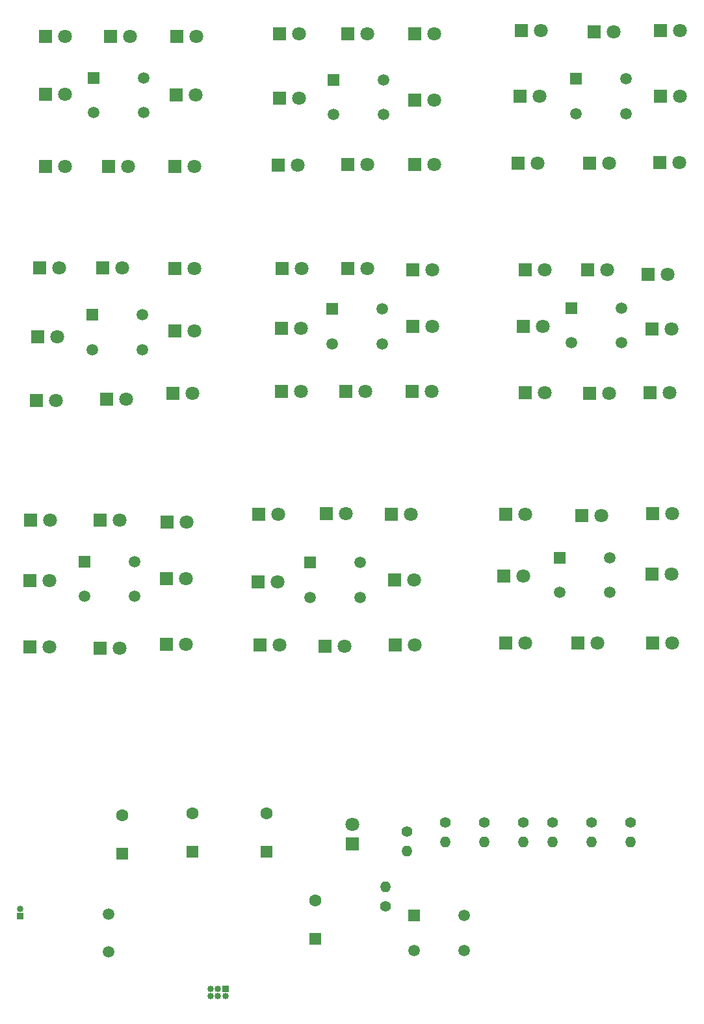
<source format=gbr>
%TF.GenerationSoftware,KiCad,Pcbnew,(5.1.7)-1*%
%TF.CreationDate,2021-01-28T11:15:27+10:00*%
%TF.ProjectId,TickTacToe,5469636b-5461-4635-946f-652e6b696361,rev?*%
%TF.SameCoordinates,Original*%
%TF.FileFunction,Soldermask,Bot*%
%TF.FilePolarity,Negative*%
%FSLAX46Y46*%
G04 Gerber Fmt 4.6, Leading zero omitted, Abs format (unit mm)*
G04 Created by KiCad (PCBNEW (5.1.7)-1) date 2021-01-28 11:15:27*
%MOMM*%
%LPD*%
G01*
G04 APERTURE LIST*
%ADD10O,0.850000X0.850000*%
%ADD11R,0.850000X0.850000*%
%ADD12R,1.600000X1.600000*%
%ADD13C,1.600000*%
%ADD14R,1.800000X1.800000*%
%ADD15C,1.800000*%
%ADD16O,1.400000X1.400000*%
%ADD17C,1.400000*%
%ADD18C,1.498000*%
%ADD19R,1.498000X1.498000*%
%ADD20C,1.500000*%
G04 APERTURE END LIST*
D10*
%TO.C,J2*%
X38608000Y-159782000D03*
D11*
X38608000Y-160782000D03*
%TD*%
D12*
%TO.C,C1*%
X77089000Y-163703000D03*
D13*
X77089000Y-158703000D03*
%TD*%
%TO.C,C2*%
X51943000Y-147654000D03*
D12*
X51943000Y-152654000D03*
%TD*%
D13*
%TO.C,C3*%
X61087000Y-147400000D03*
D12*
X61087000Y-152400000D03*
%TD*%
%TO.C,C4*%
X70739000Y-152400000D03*
D13*
X70739000Y-147400000D03*
%TD*%
D14*
%TO.C,D1*%
X81915000Y-151384000D03*
D15*
X81915000Y-148844000D03*
%TD*%
%TO.C,D2*%
X44450000Y-46228000D03*
D14*
X41910000Y-46228000D03*
%TD*%
%TO.C,D3*%
X41910000Y-53721000D03*
D15*
X44450000Y-53721000D03*
%TD*%
%TO.C,D4*%
X44450000Y-63119000D03*
D14*
X41910000Y-63119000D03*
%TD*%
%TO.C,D5*%
X41148000Y-76327000D03*
D15*
X43688000Y-76327000D03*
%TD*%
%TO.C,D6*%
X43434000Y-85344000D03*
D14*
X40894000Y-85344000D03*
%TD*%
%TO.C,D7*%
X40767000Y-93599000D03*
D15*
X43307000Y-93599000D03*
%TD*%
%TO.C,D8*%
X42545000Y-109220000D03*
D14*
X40005000Y-109220000D03*
%TD*%
D15*
%TO.C,D9*%
X42418000Y-117094000D03*
D14*
X39878000Y-117094000D03*
%TD*%
%TO.C,D10*%
X39878000Y-125730000D03*
D15*
X42418000Y-125730000D03*
%TD*%
%TO.C,D11*%
X52959000Y-46228000D03*
D14*
X50419000Y-46228000D03*
%TD*%
%TO.C,D12*%
X50165000Y-63119000D03*
D15*
X52705000Y-63119000D03*
%TD*%
D14*
%TO.C,D13*%
X49403000Y-76327000D03*
D15*
X51943000Y-76327000D03*
%TD*%
%TO.C,D14*%
X52451000Y-93472000D03*
D14*
X49911000Y-93472000D03*
%TD*%
%TO.C,D15*%
X49022000Y-109220000D03*
D15*
X51562000Y-109220000D03*
%TD*%
%TO.C,D16*%
X51562000Y-125857000D03*
D14*
X49022000Y-125857000D03*
%TD*%
D15*
%TO.C,D17*%
X61595000Y-46228000D03*
D14*
X59055000Y-46228000D03*
%TD*%
%TO.C,D18*%
X58928000Y-53848000D03*
D15*
X61468000Y-53848000D03*
%TD*%
%TO.C,D19*%
X61341000Y-63119000D03*
D14*
X58801000Y-63119000D03*
%TD*%
%TO.C,D20*%
X58801000Y-76454000D03*
D15*
X61341000Y-76454000D03*
%TD*%
%TO.C,D21*%
X61341000Y-84582000D03*
D14*
X58801000Y-84582000D03*
%TD*%
%TO.C,D22*%
X58547000Y-92710000D03*
D15*
X61087000Y-92710000D03*
%TD*%
%TO.C,D23*%
X60325000Y-109474000D03*
D14*
X57785000Y-109474000D03*
%TD*%
D15*
%TO.C,D24*%
X60198000Y-116840000D03*
D14*
X57658000Y-116840000D03*
%TD*%
%TO.C,D25*%
X57658000Y-125349000D03*
D15*
X60198000Y-125349000D03*
%TD*%
D14*
%TO.C,D26*%
X69723000Y-108458000D03*
D15*
X72263000Y-108458000D03*
%TD*%
%TO.C,D27*%
X72136000Y-117221000D03*
D14*
X69596000Y-117221000D03*
%TD*%
%TO.C,D28*%
X69850000Y-125476000D03*
D15*
X72390000Y-125476000D03*
%TD*%
D14*
%TO.C,D29*%
X72771000Y-76454000D03*
D15*
X75311000Y-76454000D03*
%TD*%
%TO.C,D30*%
X75184000Y-84201000D03*
D14*
X72644000Y-84201000D03*
%TD*%
%TO.C,D31*%
X72644000Y-92456000D03*
D15*
X75184000Y-92456000D03*
%TD*%
D14*
%TO.C,D32*%
X72390000Y-45847000D03*
D15*
X74930000Y-45847000D03*
%TD*%
%TO.C,D33*%
X74930000Y-54229000D03*
D14*
X72390000Y-54229000D03*
%TD*%
%TO.C,D34*%
X72263000Y-62992000D03*
D15*
X74803000Y-62992000D03*
%TD*%
%TO.C,D35*%
X81026000Y-108331000D03*
D14*
X78486000Y-108331000D03*
%TD*%
D15*
%TO.C,D36*%
X80899000Y-125603000D03*
D14*
X78359000Y-125603000D03*
%TD*%
%TO.C,D37*%
X81280000Y-76454000D03*
D15*
X83820000Y-76454000D03*
%TD*%
%TO.C,D38*%
X83566000Y-92456000D03*
D14*
X81026000Y-92456000D03*
%TD*%
%TO.C,D39*%
X81280000Y-45847000D03*
D15*
X83820000Y-45847000D03*
%TD*%
%TO.C,D40*%
X83820000Y-62865000D03*
D14*
X81280000Y-62865000D03*
%TD*%
D15*
%TO.C,D41*%
X89535000Y-108458000D03*
D14*
X86995000Y-108458000D03*
%TD*%
D15*
%TO.C,D42*%
X89916000Y-116967000D03*
D14*
X87376000Y-116967000D03*
%TD*%
%TO.C,D43*%
X87503000Y-125476000D03*
D15*
X90043000Y-125476000D03*
%TD*%
%TO.C,D44*%
X92329000Y-76581000D03*
D14*
X89789000Y-76581000D03*
%TD*%
D15*
%TO.C,D45*%
X92329000Y-83947000D03*
D14*
X89789000Y-83947000D03*
%TD*%
%TO.C,D46*%
X89662000Y-92456000D03*
D15*
X92202000Y-92456000D03*
%TD*%
D14*
%TO.C,D47*%
X90043000Y-45847000D03*
D15*
X92583000Y-45847000D03*
%TD*%
%TO.C,D48*%
X92583000Y-54483000D03*
D14*
X90043000Y-54483000D03*
%TD*%
%TO.C,D49*%
X90043000Y-62865000D03*
D15*
X92583000Y-62865000D03*
%TD*%
%TO.C,D50*%
X106426000Y-45466000D03*
D14*
X103886000Y-45466000D03*
%TD*%
%TO.C,D51*%
X103759000Y-53975000D03*
D15*
X106299000Y-53975000D03*
%TD*%
%TO.C,D52*%
X106045000Y-62738000D03*
D14*
X103505000Y-62738000D03*
%TD*%
D15*
%TO.C,D53*%
X106934000Y-76581000D03*
D14*
X104394000Y-76581000D03*
%TD*%
%TO.C,D54*%
X104140000Y-83947000D03*
D15*
X106680000Y-83947000D03*
%TD*%
%TO.C,D55*%
X106934000Y-92583000D03*
D14*
X104394000Y-92583000D03*
%TD*%
%TO.C,D56*%
X101854000Y-108458000D03*
D15*
X104394000Y-108458000D03*
%TD*%
D14*
%TO.C,D57*%
X101600000Y-116459000D03*
D15*
X104140000Y-116459000D03*
%TD*%
%TO.C,D58*%
X104394000Y-125222000D03*
D14*
X101854000Y-125222000D03*
%TD*%
%TO.C,D59*%
X113411000Y-45593000D03*
D15*
X115951000Y-45593000D03*
%TD*%
D14*
%TO.C,D60*%
X112776000Y-62738000D03*
D15*
X115316000Y-62738000D03*
%TD*%
D14*
%TO.C,D61*%
X112522000Y-76581000D03*
D15*
X115062000Y-76581000D03*
%TD*%
D14*
%TO.C,D62*%
X112776000Y-92710000D03*
D15*
X115316000Y-92710000D03*
%TD*%
%TO.C,D63*%
X114300000Y-108585000D03*
D14*
X111760000Y-108585000D03*
%TD*%
%TO.C,D64*%
X111252000Y-125222000D03*
D15*
X113792000Y-125222000D03*
%TD*%
%TO.C,D65*%
X124587000Y-45466000D03*
D14*
X122047000Y-45466000D03*
%TD*%
%TO.C,D66*%
X122047000Y-53975000D03*
D15*
X124587000Y-53975000D03*
%TD*%
%TO.C,D67*%
X124460000Y-62611000D03*
D14*
X121920000Y-62611000D03*
%TD*%
D15*
%TO.C,D68*%
X122936000Y-77216000D03*
D14*
X120396000Y-77216000D03*
%TD*%
%TO.C,D69*%
X120904000Y-84328000D03*
D15*
X123444000Y-84328000D03*
%TD*%
%TO.C,D70*%
X123190000Y-92583000D03*
D14*
X120650000Y-92583000D03*
%TD*%
%TO.C,D71*%
X121031000Y-108331000D03*
D15*
X123571000Y-108331000D03*
%TD*%
D14*
%TO.C,D72*%
X120904000Y-116205000D03*
D15*
X123444000Y-116205000D03*
%TD*%
%TO.C,D73*%
X123571000Y-125222000D03*
D14*
X121031000Y-125222000D03*
%TD*%
D11*
%TO.C,J1*%
X65405000Y-170196000D03*
D10*
X65405000Y-171196000D03*
X64405000Y-170196000D03*
X64405000Y-171196000D03*
X63405000Y-170196000D03*
X63405000Y-171196000D03*
%TD*%
D16*
%TO.C,R1*%
X89027000Y-152273000D03*
D17*
X89027000Y-149733000D03*
%TD*%
D16*
%TO.C,R2*%
X86233000Y-156972000D03*
D17*
X86233000Y-159512000D03*
%TD*%
%TO.C,R3*%
X118110000Y-148590000D03*
D16*
X118110000Y-151130000D03*
%TD*%
%TO.C,R4*%
X113030000Y-151130000D03*
D17*
X113030000Y-148590000D03*
%TD*%
%TO.C,R5*%
X107950000Y-148590000D03*
D16*
X107950000Y-151130000D03*
%TD*%
D17*
%TO.C,R6*%
X104140000Y-148590000D03*
D16*
X104140000Y-151130000D03*
%TD*%
%TO.C,R7*%
X99060000Y-151130000D03*
D17*
X99060000Y-148590000D03*
%TD*%
%TO.C,R8*%
X93980000Y-148590000D03*
D16*
X93980000Y-151130000D03*
%TD*%
D18*
%TO.C,SW1*%
X89968000Y-165191000D03*
D19*
X89968000Y-160691000D03*
D18*
X96468000Y-165191000D03*
X96468000Y-160691000D03*
%TD*%
%TO.C,SW2*%
X48185000Y-56098000D03*
D19*
X48185000Y-51598000D03*
D18*
X54685000Y-56098000D03*
X54685000Y-51598000D03*
%TD*%
%TO.C,SW3*%
X48058000Y-86959000D03*
D19*
X48058000Y-82459000D03*
D18*
X54558000Y-86959000D03*
X54558000Y-82459000D03*
%TD*%
%TO.C,SW4*%
X53542000Y-114590000D03*
X53542000Y-119090000D03*
D19*
X47042000Y-114590000D03*
D18*
X47042000Y-119090000D03*
%TD*%
%TO.C,SW5*%
X85927000Y-51852000D03*
X85927000Y-56352000D03*
D19*
X79427000Y-51852000D03*
D18*
X79427000Y-56352000D03*
%TD*%
%TO.C,SW6*%
X85800000Y-81697000D03*
X85800000Y-86197000D03*
D19*
X79300000Y-81697000D03*
D18*
X79300000Y-86197000D03*
%TD*%
%TO.C,SW7*%
X82879000Y-114717000D03*
X82879000Y-119217000D03*
D19*
X76379000Y-114717000D03*
D18*
X76379000Y-119217000D03*
%TD*%
%TO.C,SW8*%
X117550000Y-51725000D03*
X117550000Y-56225000D03*
D19*
X111050000Y-51725000D03*
D18*
X111050000Y-56225000D03*
%TD*%
%TO.C,SW9*%
X110415000Y-86070000D03*
D19*
X110415000Y-81570000D03*
D18*
X116915000Y-86070000D03*
X116915000Y-81570000D03*
%TD*%
%TO.C,SW10*%
X108891000Y-118582000D03*
D19*
X108891000Y-114082000D03*
D18*
X115391000Y-118582000D03*
X115391000Y-114082000D03*
%TD*%
D20*
%TO.C,Y1*%
X50165000Y-160528000D03*
X50165000Y-165408000D03*
%TD*%
M02*

</source>
